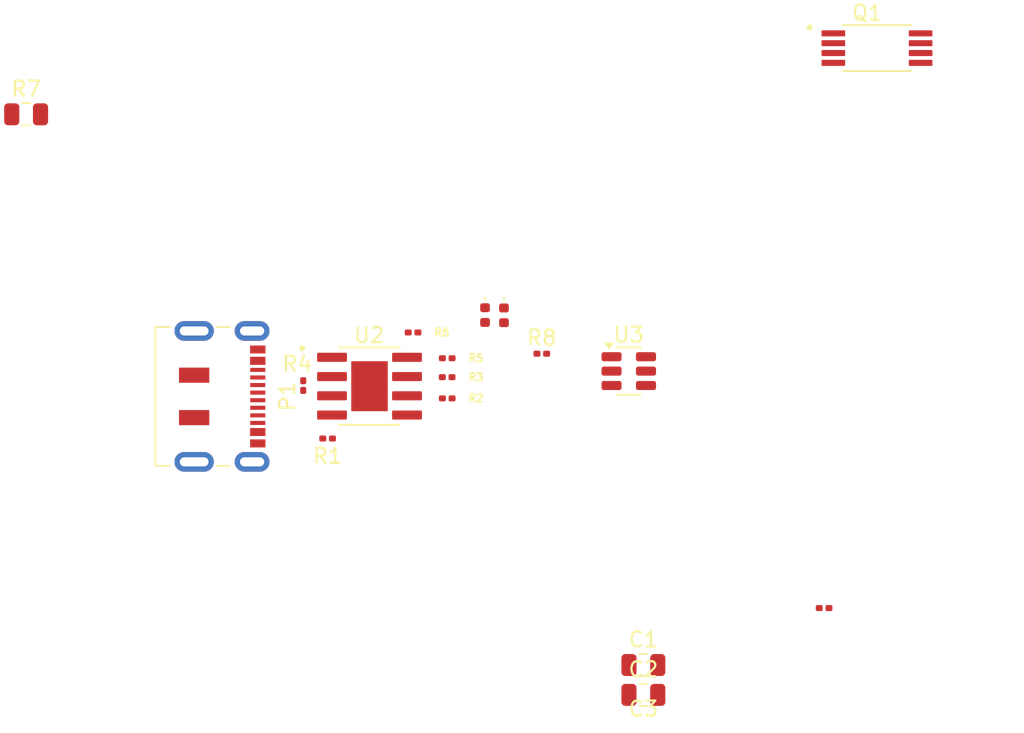
<source format=kicad_pcb>
(kicad_pcb (version 20240108) (generator "pcbnew") (generator_version "8.0")
  (layers (0 "F.Cu" signal) (1 "In1.Cu" power "GND") (2 "In2.Cu" power "PWR") (31 "B.Cu" signal) (34 "B.Paste" user) (35 "F.Paste" user) (36 "B.SilkS" user "B.Silkscreen") (37 "F.SilkS" user "F.Silkscreen") (38 "B.Mask" user) (39 "F.Mask" user) (44 "Edge.Cuts" user))
  (net 0 "")
  (net 2 "+5V")
  (net 3 "GND")
  (net 11 "Net-(U3-OC)")
  (net 12 "Net-(D1-A)")
  (net 13 "Net-(U3-OD)")
  (net 15 "/BAT+")
  (net 16 "Net-(U3-VCC)")
  (net 17 "Net-(D1-K)")
  (net 18 "Net-(D2-K)")
  (net 19 "Net-(U2-~{STDBY})")
  (net 20 "Net-(U2-~{CHRG})")
  (net 21 "Net-(U2-PROG)")
  (net 22 "Net-(U2-TEMP)")
  (net 23 "Net-(U3-CS)")
  (net 24 "Net-(Q1-Pad6)")
  (footprint "LED_SMD:LED_0402_1005Metric" (layer "F.Cu") (at 155.9 127 -90)
    (property "Reference" "D1" (hide yes))
    (property "Value" "GREEN" (hide yes))
    (fp_circle (center -1.09 0) (end -1.04 0) (stroke (width 0.1)) (fill none) (layer "F.SilkS"))
    (pad "1" smd roundrect (at -0.485 0 270) (size 0.59 0.64) (layers "F.Cu" "F.Paste" "F.Mask") (net 17 "Net-(D1-K)"))
    (pad "2" smd roundrect (at 0.485 0 270) (size 0.59 0.64) (layers "F.Cu" "F.Paste" "F.Mask") (net 12 "Net-(D1-A)"))
  )
  (footprint "Capacitor_SMD:C_0201_0603Metric" (layer "F.Cu") (at 153.4 131.1 180)
    (property "Reference" "R3" (at -1.9 0 0) (layer "F.SilkS") (effects (font (size 0.5 0.5) (thickness 0.125))))
    (property "Value" "1k" (hide yes))
    (pad "1" smd roundrect (at -0.32 0 180) (size 0.46 0.4) (layers "F.Cu" "F.Mask") (net 17 "Net-(D1-K)"))
    (pad "2" smd roundrect (at 0.32 0 180) (size 0.46 0.4) (layers "F.Cu" "F.Mask") (net 20 "Net-(U2-~{CHRG})"))
  )
  (footprint "Package_TO_SOT_SMD:SOT-23-6" (layer "F.Cu") (at 165.3875 130.7)
    (property "Reference" "U3" (at 0 -2.4 0) (layer "F.SilkS"))
    (property "Value" "DW01A")
    (fp_line (start 0 -1.56) (end -0.8 -1.56) (stroke (width 0.12)) (layer "F.SilkS"))
    (fp_line (start 0 -1.56) (end 0.8 -1.56) (stroke (width 0.12)) (layer "F.SilkS"))
    (fp_line (start 0 1.56) (end -0.8 1.56) (stroke (width 0.12)) (layer "F.SilkS"))
    (fp_line (start 0 1.56) (end 0.8 1.56) (stroke (width 0.12)) (layer "F.SilkS"))
    (fp_poly (pts (xy -1.3 -1.51) (xy -1.54 -1.84) (xy -1.06 -1.84) (xy -1.3 -1.51)) (stroke (width 0.12)) (fill solid) (layer "F.SilkS"))
    (pad "1" smd roundrect (at -1.1375 -0.95) (size 1.325 0.6) (layers "F.Cu" "F.Paste" "F.Mask") (net 13 "Net-(U3-OD)"))
    (pad "2" smd roundrect (at -1.1375 0) (size 1.325 0.6) (layers "F.Cu" "F.Paste" "F.Mask") (net 23 "Net-(U3-CS)"))
    (pad "3" smd roundrect (at -1.1375 0.95) (size 1.325 0.6) (layers "F.Cu" "F.Paste" "F.Mask") (net 11 "Net-(U3-OC)"))
    (pad "4" smd roundrect (at 1.1375 0.95) (size 1.325 0.6) (layers "F.Cu" "F.Paste" "F.Mask"))
    (pad "5" smd roundrect (at 1.1375 0) (size 1.325 0.6) (layers "F.Cu" "F.Paste" "F.Mask") (net 16 "Net-(U3-VCC)"))
    (pad "6" smd roundrect (at 1.1375 -0.95) (size 1.325 0.6) (layers "F.Cu" "F.Paste" "F.Mask") (net 3 "GND"))
  )
  (footprint "Capacitor_SMD:C_0805_2012Metric" (layer "F.Cu") (at 166.35 150.1)
    (property "Reference" "C1" (at 0 -1.68 0) (layer "F.SilkS"))
    (property "Value" "10uF")
    (fp_line (start -0.261252 -0.735) (end 0.261252 -0.735) (stroke (width 0.12)) (layer "F.SilkS"))
    (fp_line (start -0.261252 0.735) (end 0.261252 0.735) (stroke (width 0.12)) (layer "F.SilkS"))
    (pad "1" smd roundrect (at -0.95 0) (size 1 1.45) (layers "F.Cu" "F.Paste" "F.Mask") (net 3 "GND"))
    (pad "2" smd roundrect (at 0.95 0) (size 1 1.45) (layers "F.Cu" "F.Paste" "F.Mask") (net 12 "Net-(D1-A)"))
  )
  (footprint "Capacitor_SMD:C_0201_0603Metric" (layer "F.Cu") (at 153.405 129.85)
    (property "Reference" "R5" (at 1.895 0 0) (layer "F.SilkS") (effects (font (size 0.5 0.5) (thickness 0.125))))
    (property "Value" "1k" (hide yes))
    (pad "1" smd roundrect (at -0.32 0) (size 0.46 0.4) (layers "F.Cu" "F.Mask") (net 12 "Net-(D1-A)"))
    (pad "2" smd roundrect (at 0.32 0) (size 0.46 0.4) (layers "F.Cu" "F.Mask") (net 22 "Net-(U2-TEMP)"))
  )
  (footprint "Capacitor_SMD:C_0201_0603Metric" (layer "F.Cu") (at 151.15 128.15 180)
    (property "Reference" "R6" (at -1.895 0 360) (layer "F.SilkS") (effects (font (size 0.5 0.5) (thickness 0.125))))
    (property "Value" "1k" (hide yes))
    (pad "1" smd roundrect (at -0.32 0 180) (size 0.46 0.4) (layers "F.Cu" "F.Mask") (net 3 "GND"))
    (pad "2" smd roundrect (at 0.32 0 180) (size 0.46 0.4) (layers "F.Cu" "F.Mask") (net 12 "Net-(D1-A)"))
  )
  (footprint "Capacitor_SMD:C_0201_0603Metric" (layer "F.Cu") (at 178.28 146.34)
    (property "Reference" "C3" (at -11.93 6.65 0) (layer "F.SilkS"))
    (property "Value" "0.1uF")
    (pad "1" smd roundrect (at -0.32 0) (size 0.46 0.4) (layers "F.Cu" "F.Mask") (net 3 "GND"))
    (pad "2" smd roundrect (at 0.32 0) (size 0.46 0.4) (layers "F.Cu" "F.Mask") (net 16 "Net-(U3-VCC)"))
  )
  (footprint "LED_SMD:LED_0402_1005Metric" (layer "F.Cu") (at 157.15 127.0175 -90)
    (property "Reference" "D2" (hide yes))
    (property "Value" "RED" (hide yes))
    (fp_circle (center -1.09 0) (end -1.04 0) (stroke (width 0.1)) (fill none) (layer "F.SilkS"))
    (pad "1" smd roundrect (at -0.485 0 270) (size 0.59 0.64) (layers "F.Cu" "F.Paste" "F.Mask") (net 18 "Net-(D2-K)"))
    (pad "2" smd roundrect (at 0.485 0 270) (size 0.59 0.64) (layers "F.Cu" "F.Paste" "F.Mask") (net 12 "Net-(D1-A)"))
  )
  (footprint "Capacitor_SMD:C_0201_0603Metric" (layer "F.Cu") (at 145.51 135.15)
    (property "Reference" "R1" (at 0 1.15 0) (layer "F.SilkS"))
    (property "Value" "0.4" (hide yes))
    (pad "1" smd roundrect (at -0.32 0) (size 0.46 0.4) (layers "F.Cu" "F.Mask") (net 2 "+5V"))
    (pad "2" smd roundrect (at 0.32 0) (size 0.46 0.4) (layers "F.Cu" "F.Mask") (net 12 "Net-(D1-A)"))
  )
  (footprint "Capacitor_SMD:C_0201_0603Metric" (layer "F.Cu") (at 143.9 131.655 -90)
    (property "Reference" "R4" (at -1.43 0.4 180) (layer "F.SilkS"))
    (property "Value" "1.2k" (hide yes))
    (pad "1" smd roundrect (at -0.32 0 270) (size 0.46 0.4) (layers "F.Cu" "F.Mask") (net 21 "Net-(U2-PROG)"))
    (pad "2" smd roundrect (at 0.32 0 270) (size 0.46 0.4) (layers "F.Cu" "F.Mask") (net 3 "GND"))
  )
  (footprint "Battery:SOP127P600X175-9N" (layer "F.Cu") (at 148.275 131.695)
    (property "Reference" "U2" (at -0.025 -3.362 0) (layer "F.SilkS"))
    (property "Value" "TP4056" (hide yes))
    (fp_line (start -2 -2.55) (end 2 -2.55) (stroke (width 0.127)) (layer "F.SilkS"))
    (fp_line (start -2 2.55) (end 2 2.55) (stroke (width 0.127)) (layer "F.SilkS"))
    (fp_circle (center -4.445 -2.505) (end -4.345 -2.505) (stroke (width 0.2)) (fill none) (layer "F.SilkS"))
    (pad "1" smd roundrect (at -2.475 -1.905) (size 1.97 0.6) (layers "F.Cu" "F.Paste" "F.Mask") (roundrect_rratio 0.125) (net 22 "Net-(U2-TEMP)"))
    (pad "2" smd roundrect (at -2.475 -0.635) (size 1.97 0.6) (layers "F.Cu" "F.Paste" "F.Mask") (roundrect_rratio 0.125) (net 21 "Net-(U2-PROG)"))
    (pad "3" smd roundrect (at -2.475 0.635) (size 1.97 0.6) (layers "F.Cu" "F.Paste" "F.Mask") (roundrect_rratio 0.125) (net 3 "GND"))
    (pad "4" smd roundrect (at -2.475 1.905) (size 1.97 0.6) (layers "F.Cu" "F.Paste" "F.Mask") (roundrect_rratio 0.125) (net 12 "Net-(D1-A)"))
    (pad "5" smd roundrect (at 2.475 1.905) (size 1.97 0.6) (layers "F.Cu" "F.Paste" "F.Mask") (roundrect_rratio 0.125) (net 15 "/BAT+"))
    (pad "6" smd roundrect (at 2.475 0.635) (size 1.97 0.6) (layers "F.Cu" "F.Paste" "F.Mask") (roundrect_rratio 0.125) (net 19 "Net-(U2-~{STDBY})"))
    (pad "7" smd roundrect (at 2.475 -0.635) (size 1.97 0.6) (layers "F.Cu" "F.Paste" "F.Mask") (roundrect_rratio 0.125) (net 20 "Net-(U2-~{CHRG})"))
    (pad "8" smd roundrect (at 2.475 -1.905) (size 1.97 0.6) (layers "F.Cu" "F.Paste" "F.Mask") (roundrect_rratio 0.125) (net 12 "Net-(D1-A)"))
    (pad "9" smd rect (at 0 0) (size 2.413 3.302) (layers "F.Cu" "F.Mask"))
  )
  (footprint "Capacitor_SMD:C_0805_2012Metric" (layer "F.Cu") (at 125.61 113.75)
    (property "Reference" "R7" (at 0 -1.68 0) (layer "F.SilkS"))
    (property "Value" "2k")
    (fp_line (start -0.261252 -0.735) (end 0.261252 -0.735) (stroke (width 0.12)) (layer "F.SilkS"))
    (fp_line (start -0.261252 0.735) (end 0.261252 0.735) (stroke (width 0.12)) (layer "F.SilkS"))
    (pad "1" smd roundrect (at -0.95 0) (size 1 1.45) (layers "F.Cu" "F.Paste" "F.Mask") (net 23 "Net-(U3-CS)"))
    (pad "2" smd roundrect (at 0.95 0) (size 1 1.45) (layers "F.Cu" "F.Paste" "F.Mask") (net 24 "Net-(Q1-Pad6)"))
  )
  (footprint "Connector_USB:USB_C_Receptacle_JAE_DX07S016JA1R1500" (layer "F.Cu") (at 137.85 132.37 -90)
    (property "Reference" "P1" (at 0 -5 90) (layer "F.SilkS"))
    (property "Value" "USB_C_Plug_USB2.0" (hide yes))
    (fp_line (start -4.58 3.71) (end 4.58 3.71) (stroke (width 0.12)) (layer "F.SilkS"))
    (fp_line (start -4.58 2.76) (end -4.58 3.71) (stroke (width 0.12)) (layer "F.SilkS"))
    (fp_line (start 4.58 2.76) (end 4.58 3.71) (stroke (width 0.12)) (layer "F.SilkS"))
    (fp_line (start -4.58 -1.215) (end -4.58 -0.36) (stroke (width 0.12)) (layer "F.SilkS"))
    (fp_line (start 4.58 -1.215) (end 4.58 -0.36) (stroke (width 0.12)) (layer "F.SilkS"))
    (pad "" np_thru_hole circle (at -3 -1.95 270) (size 0.6 0.6) (drill 0.6) (layers "F&B.Cu" "*.Mask"))
    (pad "" smd rect (at -1.4 1.15 270) (size 1 2) (layers "F.Cu" "F.Paste" "F.Mask"))
    (pad "" smd rect (at 1.4 1.15 270) (size 1 2) (layers "F.Cu" "F.Paste" "F.Mask"))
    (pad "" np_thru_hole oval (at 3 -1.95 270) (size 0.85 0.6) (drill oval 0.85 0.6) (layers "F&B.Cu" "*.Mask"))
    (pad "A1" smd rect (at -3.1 -3.05 270) (size 0.52 1) (layers "F.Cu" "F.Paste" "F.Mask") (net 3 "GND"))
    (pad "A4" smd rect (at -2.35 -3.05 270) (size 0.52 1) (layers "F.Cu" "F.Paste" "F.Mask") (net 2 "+5V"))
    (pad "A5" smd rect (at -1.75 -3.05 270) (size 0.27 1) (layers "F.Cu" "F.Paste" "F.Mask"))
    (pad "A6" smd rect (at -0.25 -3.05 270) (size 0.27 1) (layers "F.Cu" "F.Paste" "F.Mask"))
    (pad "A7" smd rect (at 0.75 -3.05 270) (size 0.27 1) (layers "F.Cu" "F.Paste" "F.Mask"))
    (pad "A8" smd rect (at 1.75 -3.05 270) (size 0.27 1) (layers "F.Cu" "F.Paste" "F.Mask"))
    (pad "A9" smd rect (at 2.35 -3.05 270) (size 0.52 1) (layers "F.Cu" "F.Paste" "F.Mask") (net 2 "+5V"))
    (pad "A12" smd rect (at 3.1 -3.05 270) (size 0.52 1) (layers "F.Cu" "F.Paste" "F.Mask") (net 3 "GND"))
    (pad "B1" smd rect (at 3.1 -3.05 270) (size 0.52 1) (layers "F.Cu" "F.Paste" "F.Mask") (net 3 "GND"))
    (pad "B4" smd rect (at 2.35 -3.05 270) (size 0.52 1) (layers "F.Cu" "F.Paste" "F.Mask") (net 2 "+5V"))
    (pad "B5" smd rect (at 1.25 -3.05 270) (size 0.27 1) (layers "F.Cu" "F.Paste" "F.Mask"))
    (pad "B6" smd rect (at 0.25 -3.05 270) (size 0.27 1) (layers "F.Cu" "F.Paste" "F.Mask"))
    (pad "B7" smd rect (at -0.75 -3.05 270) (size 0.27 1) (layers "F.Cu" "F.Paste" "F.Mask"))
    (pad "B8" smd rect (at -1.25 -3.05 270) (size 0.27 1) (layers "F.Cu" "F.Paste" "F.Mask"))
    (pad "B9" smd rect (at -2.35 -3.05 270) (size 0.52 1) (layers "F.Cu" "F.Paste" "F.Mask") (net 2 "+5V"))
    (pad "B12" smd rect (at -3.1 -3.05 270) (size 0.52 1) (layers "F.Cu" "F.Paste" "F.Mask") (net 3 "GND"))
    (pad "S1" thru_hole oval (at -4.32 -2.675 270) (size 1.3 2.3) (drill oval 0.6 1.6) (layers "*.Cu" "*.Mask"))
    (pad "S1" thru_hole oval (at -4.32 1.15 270) (size 1.3 2.6) (drill oval 0.6 1.9) (layers "*.Cu" "*.Mask"))
    (pad "S1" thru_hole oval (at 4.32 -2.675 270) (size 1.3 2.3) (drill oval 0.6 1.6) (layers "*.Cu" "*.Mask"))
    (pad "S1" thru_hole oval (at 4.32 1.15 270) (size 1.3 2.6) (drill oval 0.6 1.9) (layers "*.Cu" "*.Mask"))
  )
  (footprint "Capacitor_SMD:C_0201_0603Metric" (layer "F.Cu") (at 153.405 132.5 180)
    (property "Reference" "R2" (at -1.895 0 0) (layer "F.SilkS") (effects (font (size 0.5 0.5) (thickness 0.125))))
    (property "Value" "1k" (hide yes))
    (pad "1" smd roundrect (at -0.32 0 180) (size 0.46 0.4) (layers "F.Cu" "F.Mask") (net 19 "Net-(U2-~{STDBY})"))
    (pad "2" smd roundrect (at 0.32 0 180) (size 0.46 0.4) (layers "F.Cu" "F.Mask") (net 18 "Net-(D2-K)"))
  )
  (footprint "Capacitor_SMD:C_0805_2012Metric" (layer "F.Cu") (at 166.35 152.07)
    (property "Reference" "C2" (at 0 -1.68 0) (layer "F.SilkS"))
    (property "Value" "10uF")
    (fp_line (start -0.261252 -0.735) (end 0.261252 -0.735) (stroke (width 0.12)) (layer "F.SilkS"))
    (fp_line (start -0.261252 0.735) (end 0.261252 0.735) (stroke (width 0.12)) (layer "F.SilkS"))
    (pad "1" smd roundrect (at -0.95 0) (size 1 1.45) (layers "F.Cu" "F.Paste" "F.Mask") (net 15 "/BAT+"))
    (pad "2" smd roundrect (at 0.95 0) (size 1 1.45) (layers "F.Cu" "F.Paste" "F.Mask") (net 3 "GND"))
  )
  (footprint "Transistor_Power:SOP65P640X120-8N" (layer "F.Cu") (at 181.77 109.38)
    (property "Reference" "Q1" (at -0.635 -2.327 0) (layer "F.SilkS"))
    (property "Value" "FS8205A")
    (fp_line (start -2.25 -1.515) (end 2.25 -1.515) (stroke (width 0.127)) (layer "F.SilkS"))
    (fp_line (start -2.25 1.515) (end 2.25 1.515) (stroke (width 0.127)) (layer "F.SilkS"))
    (fp_circle (center -4.44 -1.375) (end -4.34 -1.375) (stroke (width 0.2)) (fill none) (layer "F.SilkS"))
    (pad "1" smd roundrect (at -2.88 -0.975) (size 1.56 0.4) (layers "F.Cu" "F.Paste" "F.Mask") (roundrect_rratio 0.125))
    (pad "2" smd roundrect (at -2.88 -0.325) (size 1.56 0.4) (layers "F.Cu" "F.Paste" "F.Mask") (roundrect_rratio 0.125) (net 3 "GND"))
    (pad "3" smd roundrect (at -2.88 0.325) (size 1.56 0.4) (layers "F.Cu" "F.Paste" "F.Mask") (roundrect_rratio 0.125) (net 3 "GND"))
    (pad "4" smd roundrect (at -2.88 0.975) (size 1.56 0.4) (layers "F.Cu" "F.Paste" "F.Mask") (roundrect_rratio 0.125) (net 13 "Net-(U3-OD)"))
    (pad "5" smd roundrect (at 2.88 0.975) (size 1.56 0.4) (layers "F.Cu" "F.Paste" "F.Mask") (roundrect_rratio 0.125) (net 11 "Net-(U3-OC)"))
    (pad "6" smd roundrect (at 2.88 0.325) (size 1.56 0.4) (layers "F.Cu" "F.Paste" "F.Mask") (roundrect_rratio 0.125) (net 24 "Net-(Q1-Pad6)"))
    (pad "7" smd roundrect (at 2.88 -0.325) (size 1.56 0.4) (layers "F.Cu" "F.Paste" "F.Mask") (roundrect_rratio 0.125) (net 24 "Net-(Q1-Pad6)"))
    (pad "8" smd roundrect (at 2.88 -0.975) (size 1.56 0.4) (layers "F.Cu" "F.Paste" "F.Mask") (roundrect_rratio 0.125))
  )
  (footprint "Capacitor_SMD:C_0201_0603Metric" (layer "F.Cu") (at 159.645 129.55)
    (property "Reference" "R8" (at 0 -1.05 0) (layer "F.SilkS"))
    (property "Value" "100")
    (pad "1" smd roundrect (at -0.32 0) (size 0.46 0.4) (layers "F.Cu" "F.Mask") (net 16 "Net-(U3-VCC)"))
    (pad "2" smd roundrect (at 0.32 0) (size 0.46 0.4) (layers "F.Cu" "F.Mask") (net 15 "/BAT+"))
  )
)
</source>
